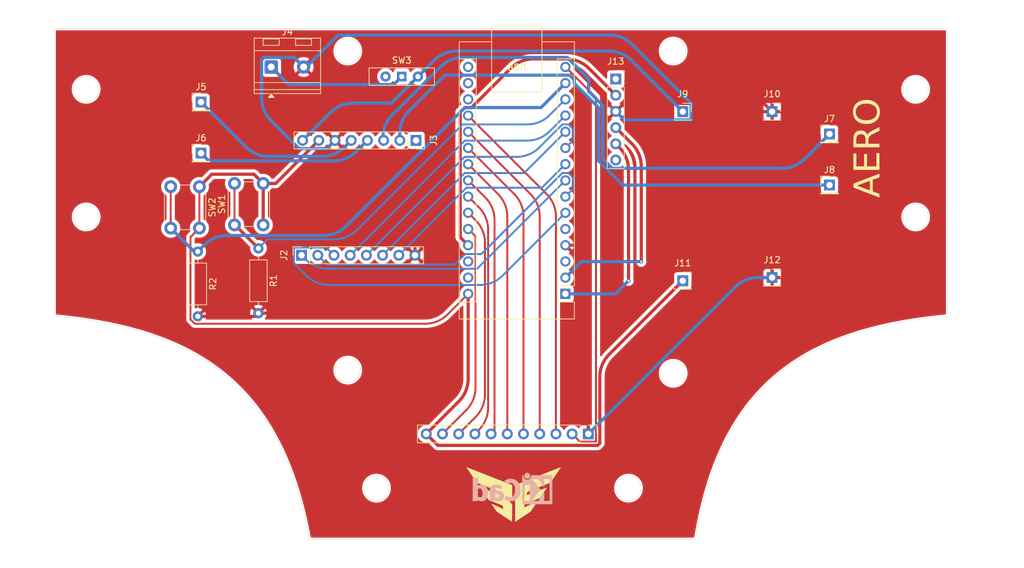
<source format=kicad_pcb>
(kicad_pcb (version 20241229) (generator "pcbnew") (generator_version "9.0")
  (layers (0 "F.Cu" signal) (2 "B.Cu" signal) (13 "F.Paste" user) (15 "B.Paste" user) (5 "F.SilkS" user "F.Silkscreen") (7 "B.SilkS" user "B.Silkscreen") (1 "F.Mask" user) (3 "B.Mask" user) (25 "Edge.Cuts" user))
  (net 0 "")
  (net 1 "/vcc")
  (net 2 "/ir1")
  (net 4 "/Vin")
  (net 5 "/irpin")
  (net 6 "/ir4")
  (net 7 "/PWMB")
  (net 9 "/BIN1")
  (net 11 "/ir7")
  (net 12 "/ir8")
  (net 14 "/ir2")
  (net 15 "/STBY")
  (net 17 "/ir3")
  (net 18 "/TX")
  (net 20 "/ir5")
  (net 21 "GND")
  (net 22 "/CAL")
  (net 23 "/START")
  (net 24 "/AIN2")
  (net 25 "/ir6")
  (net 26 "/BIN2")
  (net 27 "/RX")
  (net 29 "/AIN1")
  (net 30 "/PWMA")
  (net 31 "+12V")
  (net 32 "/MB2")
  (net 34 "/MB1")
  (net 35 "/MA1")
  (net 36 "/MA2")
  (net 39 "Net-(J4-Pin_1)")
  (footprint "Button_Switch_THT:SW_PUSH_6mm_H7.3mm" (layer "F.Cu") (at 102.75 90.75 -90)
    (property "Reference" "SW2" (at 3.25 -2 90) (layer "F.SilkS"))
    (property "Value" "S2")
    (pad "1" thru_hole circle (at 0 0) (size 2 2) (drill 1.1) (layers "*.Cu" "*.Mask") (net 4 "/Vin"))
    (pad "1" thru_hole circle (at 6.5 0) (size 2 2) (drill 1.1) (layers "*.Cu" "*.Mask") (net 4 "/Vin"))
    (pad "2" thru_hole circle (at 0 4.5) (size 2 2) (drill 1.1) (layers "*.Cu" "*.Mask") (net 22 "/CAL"))
    (pad "2" thru_hole circle (at 6.5 4.5) (size 2 2) (drill 1.1) (layers "*.Cu" "*.Mask") (net 22 "/CAL"))
  )
  (footprint "Resistor_THT:R_Axial_DIN0207_L6.3mm_D2.5mm_P10.16mm_Horizontal" (layer "F.Cu") (at 112 100.42 -90)
    (property "Reference" "R1" (at 5.08 -2.37 90) (layer "F.SilkS"))
    (property "Value" "1k")
    (pad "1" thru_hole circle (at 0 0 270) (size 1.6 1.6) (drill 0.8) (layers "*.Cu" "*.Mask") (net 23 "/START"))
    (pad "2" thru_hole circle (at 10.16 0 270) (size 1.6 1.6) (drill 0.8) (layers "*.Cu" "*.Mask") (net 21 "GND"))
  )
  (footprint "Connector_PinHeader_2.54mm:PinHeader_1x01_P2.54mm_Vertical" (layer "F.Cu") (at 103 85.5)
    (property "Reference" "J6" (at 0 -2.38 0) (layer "F.SilkS"))
    (property "Value" "MOTORA2")
    (pad "1" thru_hole rect (at 0 0) (size 1.7 1.7) (drill 1) (layers "*.Cu" "*.Mask") (net 36 "/MA2"))
  )
  (footprint "Connector_PinHeader_2.54mm:PinHeader_1x01_P2.54mm_Vertical" (layer "F.Cu") (at 103 77.5)
    (property "Reference" "J5" (at 0 -2.38 0) (layer "F.SilkS"))
    (property "Value" "MOTORA1")
    (pad "1" thru_hole rect (at 0 0) (size 1.7 1.7) (drill 1) (layers "*.Cu" "*.Mask") (net 35 "/MA1"))
  )
  (footprint "Connector_PinSocket_2.54mm:PinSocket_1x01_P2.54mm_Vertical" (layer "F.Cu") (at 192.5 105)
    (property "Reference" "J12" (at 0 -2.77 0) (layer "F.SilkS"))
    (property "Value" "OUT-")
    (pad "1" thru_hole rect (at 0 0) (size 1.7 1.7) (drill 1) (layers "*.Cu" "*.Mask") (net 21 "GND"))
  )
  (footprint "Connector_PinSocket_2.54mm:PinSocket_1x01_P2.54mm_Vertical" (layer "F.Cu") (at 178.5 79)
    (property "Reference" "J9" (at 0 -2.77 0) (layer "F.SilkS"))
    (property "Value" "IN+")
    (pad "1" thru_hole rect (at 0 0) (size 1.7 1.7) (drill 1) (layers "*.Cu" "*.Mask") (net 31 "+12V"))
  )
  (footprint "Button_Switch_THT:SW_Slide-03_Wuerth-WS-SLTV_10x2.5x6.4_P2.54mm" (layer "F.Cu") (at 134.46 73.5)
    (property "Reference" "SW3" (at 0 -2.54 0) (layer "F.SilkS"))
    (property "Value" "main_S")
    (pad "1" thru_hole rect (at 0 0) (size 1.5 1.5) (drill 0.8) (layers "*.Cu" "*.Mask") (net 39 "Net-(J4-Pin_1)"))
    (pad "2" thru_hole circle (at -2.54 0) (size 1.6 1.6) (drill 0.8) (layers "*.Cu" "*.Mask"))
    (pad "3" thru_hole circle (at 2.54 0) (size 1.6 1.6) (drill 0.8) (layers "*.Cu" "*.Mask") (net 31 "+12V"))
  )
  (footprint "Connector_PinSocket_2.54mm:PinSocket_1x01_P2.54mm_Vertical" (layer "F.Cu") (at 178.5 105.5)
    (property "Reference" "J11" (at 0 -2.77 0) (layer "F.SilkS"))
    (property "Value" "OUT+")
    (pad "1" thru_hole rect (at 0 0) (size 1.7 1.7) (drill 1) (layers "*.Cu" "*.Mask") (net 4 "/Vin"))
  )
  (footprint "Connector_PinSocket_2.54mm:PinSocket_1x06_P2.54mm_Vertical" (layer "F.Cu") (at 168 73.88)
    (property "Reference" "J13" (at 0 -2.77 0) (layer "F.SilkS"))
    (property "Value" "BLE")
    (pad "1" thru_hole rect (at 0 0) (size 1.7 1.7) (drill 1) (layers "*.Cu" "*.Mask"))
    (pad "2" thru_hole circle (at 0 2.54) (size 1.7 1.7) (drill 1) (layers "*.Cu" "*.Mask") (net 1 "/vcc"))
    (pad "3" thru_hole circle (at 0 5.08) (size 1.7 1.7) (drill 1) (layers "*.Cu" "*.Mask") (net 21 "GND"))
    (pad "4" thru_hole circle (at 0 7.62) (size 1.7 1.7) (drill 1) (layers "*.Cu" "*.Mask") (net 27 "/RX"))
    (pad "5" thru_hole circle (at 0 10.16) (size 1.7 1.7) (drill 1) (layers "*.Cu" "*.Mask") (net 18 "/TX"))
    (pad "6" thru_hole circle (at 0 12.7) (size 1.7 1.7) (drill 1) (layers "*.Cu" "*.Mask"))
  )
  (footprint "Resistor_THT:R_Axial_DIN0207_L6.3mm_D2.5mm_P10.16mm_Horizontal" (layer "F.Cu") (at 102.5 100.92 -90)
    (property "Reference" "R2" (at 5.08 -2.37 90) (layer "F.SilkS"))
    (property "Value" "1k")
    (pad "1" thru_hole circle (at 0 0 270) (size 1.6 1.6) (drill 0.8) (layers "*.Cu" "*.Mask") (net 22 "/CAL"))
    (pad "2" thru_hole circle (at 10.16 0 270) (size 1.6 1.6) (drill 0.8) (layers "*.Cu" "*.Mask") (net 21 "GND"))
  )
  (footprint "LOGO" (layer "F.Cu") (at 151.824309 137.426481)
    (property "Reference" "G***" (hide yes))
    (property "Value" "LOGO" (hide yes))
  )
  (footprint "Connector_PinSocket_2.54mm:PinSocket_1x01_P2.54mm_Vertical" (layer "F.Cu") (at 192.5 79)
    (property "Reference" "J10" (at 0 -2.77 0) (layer "F.SilkS"))
    (property "Value" "IN-")
    (pad "1" thru_hole rect (at 0 0) (size 1.7 1.7) (drill 1) (layers "*.Cu" "*.Mask") (net 21 "GND"))
  )
  (footprint "Module:Arduino_Nano" (layer "F.Cu") (at 160.11 107.55 180)
    (property "Reference" "A1" (hide yes))
    (property "Value" "Arduino_Nano_v3.x")
    (fp_text user "USB" (at 7.62 35.56 180) (layer "F.SilkS"))
    (pad "1" thru_hole rect (at 0 0 180) (size 1.6 1.6) (drill 1) (layers "*.Cu" "*.Mask") (net 18 "/TX"))
    (pad "2" thru_hole oval (at 0 2.54 180) (size 1.6 1.6) (drill 1) (layers "*.Cu" "*.Mask") (net 27 "/RX"))
    (pad "3" thru_hole oval (at 0 5.08 180) (size 1.6 1.6) (drill 1) (layers "*.Cu" "*.Mask"))
    (pad "4" thru_hole oval (at 0 7.62 180) (size 1.6 1.6) (drill 1) (layers "*.Cu" "*.Mask") (net 21 "GND"))
    (pad "5" thru_hole oval (at 0 10.16 180) (size 1.6 1.6) (drill 1) (layers "*.Cu" "*.Mask"))
    (pad "6" thru_hole oval (at 0 12.7 180) (size 1.6 1.6) (drill 1) (layers "*.Cu" "*.Mask") (net 29 "/AIN1"))
    (pad "7" thru_hole oval (at 0 15.24 180) (size 1.6 1.6) (drill 1) (layers "*.Cu" "*.Mask") (net 24 "/AIN2"))
    (pad "8" thru_hole oval (at 0 17.78 180) (size 1.6 1.6) (drill 1) (layers "*.Cu" "*.Mask") (net 30 "/PWMA"))
    (pad "9" thru_hole oval (at 0 20.32 180) (size 1.6 1.6) (drill 1) (layers "*.Cu" "*.Mask") (net 7 "/PWMB"))
    (pad "10" thru_hole oval (at 0 22.86 180) (size 1.6 1.6) (drill 1) (layers "*.Cu" "*.Mask") (net 9 "/BIN1"))
    (pad "11" thru_hole oval (at 0 25.4 180) (size 1.6 1.6) (drill 1) (layers "*.Cu" "*.Mask") (net 26 "/BIN2"))
    (pad "12" thru_hole oval (at 0 27.94 180) (size 1.6 1.6) (drill 1) (layers "*.Cu" "*.Mask") (net 15 "/STBY"))
    (pad "13" thru_hole oval (at 0 30.48 180) (size 1.6 1.6) (drill 1) (layers "*.Cu" "*.Mask") (net 23 "/START"))
    (pad "14" thru_hole oval (at 0 33.02 180) (size 1.6 1.6) (drill 1) (layers "*.Cu" "*.Mask") (net 22 "/CAL"))
    (pad "15" thru_hole oval (at 0 35.56 180) (size 1.6 1.6) (drill 1) (layers "*.Cu" "*.Mask") (net 5 "/irpin"))
    (pad "16" thru_hole oval (at 15.24 35.56 180) (size 1.6 1.6) (drill 1) (layers "*.Cu" "*.Mask"))
    (pad "17" thru_hole oval (at 15.24 33.02 180) (size 1.6 1.6) (drill 1) (layers "*.Cu" "*.Mask"))
    (pad "18" thru_hole oval (at 15.24 30.48 180) (size 1.6 1.6) (drill 1) (layers "*.Cu" "*.Mask"))
    (pad "19" thru_hole oval (at 15.24 27.94 180) (size 1.6 1.6) (drill 1) (layers "*.Cu" "*.Mask") (net 2 "/ir1"))
    (pad "20" thru_hole oval (at 15.24 25.4 180) (size 1.6 1.6) (drill 1) (layers "*.Cu" "*.Mask") (net 14 "/ir2"))
    (pad "21" thru_hole oval (at 15.24 22.86 180) (size 1.6 1.6) (drill 1) (layers "*.Cu" "*.Mask") (net 17 "/ir3"))
    (pad "22" thru_hole oval (at 15.24 20.32 180) (size 1.6 1.6) (drill 1) (layers "*.Cu" "*.Mask") (net 6 "/ir4"))
    (pad "23" thru_hole oval (at 15.24 17.78 180) (size 1.6 1.6) (drill 1) (layers "*.Cu" "*.Mask") (net 20 "/ir5"))
    (pad "24" thru_hole oval (at 15.24 15.24 180) (size 1.6 1.6) (drill 1) (layers "*.Cu" "*.Mask") (net 25 "/ir6"))
    (pad "25" thru_hole oval (at 15.24 12.7 180) (size 1.6 1.6) (drill 1) (layers "*.Cu" "*.Mask") (net 11 "/ir7"))
    (pad "26" thru_hole oval (at 15.24 10.16 180) (size 1.6 1.6) (drill 1) (layers "*.Cu" "*.Mask") (net 12 "/ir8"))
    (pad "27" thru_hole oval (at 15.24 7.62 180) (size 1.6 1.6) (drill 1) (layers "*.Cu" "*.Mask") (net 1 "/vcc"))
    (pad "28" thru_hole oval (at 15.24 5.08 180) (size 1.6 1.6) (drill 1) (layers "*.Cu" "*.Mask"))
    (pad "29" thru_hole oval (at 15.24 2.54 180) (size 1.6 1.6) (drill 1) (layers "*.Cu" "*.Mask"))
    (pad "30" thru_hole oval (at 15.24 0 180) (size 1.6 1.6) (drill 1) (layers "*.Cu" "*.Mask") (net 4 "/Vin"))
  )
  (footprint "Connector_PinSocket_2.54mm:PinSocket_1x08_P2.54mm_Vertical" (layer "F.Cu") (at 118.76 101.5 90)
    (property "Reference" "J2" (at 0 -2.77 90) (layer "F.SilkS"))
    (property "Value" "tb6612_B")
    (pad "1" thru_hole rect (at 0 0 90) (size 1.7 1.7) (drill 1) (layers "*.Cu" "*.Mask") (net 30 "/PWMA"))
    (pad "2" thru_hole circle (at 0 2.54 90) (size 1.7 1.7) (drill 1) (layers "*.Cu" "*.Mask") (net 24 "/AIN2"))
    (pad "3" thru_hole circle (at 0 5.08 90) (size 1.7 1.7) (drill 1) (layers "*.Cu" "*.Mask") (net 29 "/AIN1"))
    (pad "4" thru_hole circle (at 0 7.62 90) (size 1.7 1.7) (drill 1) (layers "*.Cu" "*.Mask") (net 15 "/STBY"))
    (pad "5" thru_hole circle (at 0 10.16 90) (size 1.7 1.7) (drill 1) (layers "*.Cu" "*.Mask") (net 9 "/BIN1"))
    (pad "6" thru_hole circle (at 0 12.7 90) (size 1.7 1.7) (drill 1) (layers "*.Cu" "*.Mask") (net 26 "/BIN2"))
    (pad "7" thru_hole circle (at 0 15.24 90) (size 1.7 1.7) (drill 1) (layers "*.Cu" "*.Mask") (net 7 "/PWMB"))
    (pad "8" thru_hole circle (at 0 17.78 90) (size 1.7 1.7) (drill 1) (layers "*.Cu" "*.Mask") (net 21 "GND"))
  )
  (footprint "Connector_PinHeader_2.54mm:PinHeader_1x01_P2.54mm_Vertical" (layer "F.Cu") (at 201.5 90.5)
    (property "Reference" "J8" (at 0 -2.38 0) (layer "F.SilkS"))
    (property "Value" "MOTORB2")
    (pad "1" thru_hole rect (at 0 0) (size 1.7 1.7) (drill 1) (layers "*.Cu" "*.Mask") (net 32 "/MB2"))
  )
  (footprint "Connector_PinHeader_2.54mm:PinHeader_1x11_P2.54mm_Vertical" (layer "F.Cu") (at 163.7 129.5 -90)
    (property "Reference" "J1" (hide yes))
    (property "Value" "QTR8RC")
    (pad "1" thru_hole rect (at 0 0 270) (size 1.7 1.7) (drill 1) (layers "*.Cu" "*.Mask") (net 21 "GND"))
    (pad "2" thru_hole circle (at 0 2.54 270) (size 1.7 1.7) (drill 1) (layers "*.Cu" "*.Mask") (net 5 "/irpin"))
    (pad "3" thru_hole circle (at 0 5.08 270) (size 1.7 1.7) (drill 1) (layers "*.Cu" "*.Mask") (net 2 "/ir1"))
    (pad "4" thru_hole circle (at 0 7.62 270) (size 1.7 1.7) (drill 1) (layers "*.Cu" "*.Mask") (net 14 "/ir2"))
    (pad "5" thru_hole circle (at 0 10.16 270) (size 1.7 1.7) (drill 1) (layers "*.Cu" "*.Mask") (net 17 "/ir3"))
    (pad "6" thru_hole circle (at 0 12.7 270) (size 1.7 1.7) (drill 1) (layers "*.Cu" "*.Mask") (net 6 "/ir4"))
    (pad "7" thru_hole circle (at 0 15.24 270) (size 1.7 1.7) (drill 1) (layers "*.Cu" "*.Mask") (net 20 "/ir5"))
    (pad "8" thru_hole circle (at 0 17.78 270) (size 1.7 1.7) (drill 1) (layers "*.Cu" "*.Mask") (net 25 "/ir6"))
    (pad "9" thru_hole circle (at 0 20.32 270) (size 1.7 1.7) (drill 1) (layers "*.Cu" "*.Mask") (net 11 "/ir7"))
    (pad "10" thru_hole circle (at 0 22.86 270) (size 1.7 1.7) (drill 1) (layers "*.Cu" "*.Mask") (net 12 "/ir8"))
    (pad "11" thru_hole circle (at 0 25.4 270) (size 1.7 1.7) (drill 1) (layers "*.Cu" "*.Mask") (net 4 "/Vin"))
  )
  (footprint "TerminalBlock_RND:TerminalBlock_RND_205-00232_1x02_P5.08mm_Horizontal" (layer "F.Cu") (at 114 72)
    (property "Reference" "J4" (at 2.54 -5.52 0) (layer "F.SilkS"))
    (property "Value" "screw_terminal")
    (pad "1" thru_hole roundrect (at 0 0) (size 2.1 2.1) (drill 1.1) (layers "*.Cu" "*.Mask") (roundrect_rratio 0.119048) (net 39 "Net-(J4-Pin_1)"))
    (pad "2" thru_hole circle (at 5.08 0) (size 2.1 2.1) (drill 1.1) (layers "*.Cu" "*.Mask") (net 21 "GND"))
  )
  (footprint "Button_Switch_THT:SW_PUSH_6mm_H7.3mm" (layer "F.Cu") (at 108.25 96.75 90)
    (property "Reference" "SW1" (at 3.25 -2 90) (layer "F.SilkS"))
    (property "Value" "S1")
    (pad "1" thru_hole circle (at 0 0 180) (size 2 2) (drill 1.1) (layers "*.Cu" "*.Mask") (net 23 "/START"))
    (pad "1" thru_hole circle (at 6.5 0 180) (size 2 2) (drill 1.1) (layers "*.Cu" "*.Mask") (net 23 "/START"))
    (pad "2" thru_hole circle (at 0 4.5 180) (size 2 2) (drill 1.1) (layers "*.Cu" "*.Mask") (net 4 "/Vin"))
    (pad "2" thru_hole circle (at 6.5 4.5 180) (size 2 2) (drill 1.1) (layers "*.Cu" "*.Mask") (net 4 "/Vin"))
  )
  (footprint "Connector_PinSocket_2.54mm:PinSocket_1x08_P2.54mm_Vertical" (layer "F.Cu") (at 136.7 83.5 -90)
    (property "Reference" "J3" (at 0 -2.77 270) (layer "F.SilkS"))
    (property "Value" "tb6612_A")
    (pad "1" thru_hole rect (at 0 0 270) (size 1.7 1.7) (drill 1) (layers "*.Cu" "*.Mask"))
    (pad "2" thru_hole circle (at 0 2.54 270) (size 1.7 1.7) (drill 1) (layers "*.Cu" "*.Mask") (net 32 "/MB2"))
    (pad "3" thru_hole circle (at 0 5.08 270) (size 1.7 1.7) (drill 1) (layers "*.Cu" "*.Mask") (net 34 "/MB1"))
    (pad "4" thru_hole circle (at 0 7.62 270) (size 1.7 1.7) (drill 1) (layers "*.Cu" "*.Mask") (net 36 "/MA2"))
    (pad "5" thru_hole circle (at 0 10.16 270) (size 1.7 1.7) (drill 1) (layers "*.Cu" "*.Mask") (net 35 "/MA1"))
    (pad "6" thru_hole circle (at 0 12.7 270) (size 1.7 1.7) (drill 1) (layers "*.Cu" "*.Mask") (net 21 "GND"))
    (pad "7" thru_hole circle (at 0 15.24 270) (size 1.7 1.7) (drill 1) (layers "*.Cu" "*.Mask") (net 4 "/Vin"))
    (pad "8" thru_hole circle (at 0 17.78 270) (size 1.7 1.7) (drill 1) (layers "*.Cu" "*.Mask") (net 31 "+12V"))
  )
  (footprint "Connector_PinHeader_2.54mm:PinHeader_1x01_P2.54mm_Vertical" (layer "F.Cu") (at 201.5 82.5)
    (property "Reference" "J7" (at 0 -2.38 0) (layer "F.SilkS"))
    (property "Value" "MOTORB1")
    (pad "1" thru_hole rect (at 0 0) (size 1.7 1.7) (drill 1) (layers "*.Cu" "*.Mask") (net 34 "/MB1"))
  )
  (footprint "Symbol:KiCad-Logo_5mm_SilkScreen" (layer "B.Cu") (at 151.774111 138.579982 180)
    (property "Reference" "REF**" (hide yes))
    (property "Value" "KiCad-Logo_5mm_SilkScreen" (hide yes))
  )
  (gr_line (start 220 66) (end 220 111) (stroke (width 0.05)) (layer "Edge.Cuts"))
  (gr_line (start 80 66) (end 80 111) (stroke (width 0.05)) (layer "Edge.Cuts"))
  (gr_circle (center 126 69.5) (end 128 69.5) (stroke (width 0.05)) (fill no) (layer "Edge.Cuts"))
  (gr_circle (center 177 120) (end 179 120) (stroke (width 0.05)) (fill no) (layer "Edge.Cuts"))
  (gr_line (start 150 146) (end 120 146) (stroke (width 0.05)) (layer "Edge.Cuts"))
  (gr_circle (center 130.5 138) (end 132.5 138) (stroke (width 0.05)) (fill no) (layer "Edge.Cuts"))
  (gr_curve (pts (xy 220 111) (xy 198.5 113) (xy 184.5 121) (xy 180.5 146)) (stroke (width 0.05)) (layer "Edge.Cuts"))
  (gr_curve (pts (xy 80 111) (xy 101.5 113) (xy 115.5 121) (xy 120 146)) (stroke (width 0.05)) (layer "Edge.Cuts"))
  (gr_circle (center 177 69.5) (end 179 69.5) (stroke (width 0.05)) (fill no) (layer "Edge.Cuts"))
  (gr_circle (center 85 95.5) (end 87 95.5) (stroke (width 0.05)) (fill no) (layer "Edge.Cuts"))
  (gr_circle (center 126 119.5) (end 128 119.5) (stroke (width 0.05)) (fill no) (layer "Edge.Cuts"))
  (gr_circle (center 215 75.5) (end 217 75.5) (stroke (width 0.05)) (fill no) (layer "Edge.Cuts"))
  (gr_line (start 150 146) (end 180.5 146) (stroke (width 0.05)) (layer "Edge.Cuts"))
  (gr_circle (center 170 138) (end 172 138) (stroke (width 0.05)) (fill no) (layer "Edge.Cuts"))
  (gr_line (start 80 66) (end 220 66) (stroke (width 0.05)) (layer "Edge.Cuts"))
  (gr_circle (center 215 95.5) (end 217 95.5) (stroke (width 0.05)) (fill no) (layer "Edge.Cuts"))
  (gr_circle (center 85 75.5) (end 87 75.5) (stroke (width 0.05)) (fill no) (layer "Edge.Cuts"))
  (gr_text "AERO" (at 210 92.5 90) (layer "F.SilkS") (effects (font (size 4 4) (thickness 0.1)) (justify left bottom)))
  (segment (start 145.388182 78.359) (end 144.351818 78.359) (width 0.5) (layer "F.Cu") (net 1))
  (segment (start 144.351818 78.359) (end 143.619 79.091818) (width 0.5) (layer "F.Cu") (net 1))
  (segment (start 160.247932 70.739) (end 155.07925 70.739) (width 0.5) (layer "F.Cu") (net 1))
  (segment (start 151.543716 72.203466) (end 145.388182 78.359) (width 0.5) (layer "F.Cu") (net 1))
  (segment (start 168 76.42) (end 163.783466 72.203466) (width 0.5) (layer "F.Cu") (net 1))
  (segment (start 143.619 79.091818) (end 143.619 98.679) (width 0.5) (layer "F.Cu") (net 1))
  (segment (start 143.619 98.679) (end 144.87 99.93) (width 0.5) (layer "F.Cu") (net 1))
  (arc (start 160.247932 70.739) (mid 162.161349 71.119602) (end 163.783466 72.203466) (width 0.5) (layer "F.Cu") (net 1))
  (arc (start 155.07925 70.739) (mid 153.165833 71.119602) (end 151.543716 72.203466) (width 0.5) (layer "F.Cu") (net 1))
  (segment (start 158.62 129.5) (end 158.62 95.431068) (width 0.3) (layer "F.Cu") (net 2))
  (segment (start 157.155534 91.895534) (end 144.87 79.61) (width 0.3) (layer "F.Cu") (net 2))
  (arc (start 157.155534 91.895534) (mid 158.239398 93.517651) (end 158.62 95.431068) (width 0.3) (layer "F.Cu") (net 2))
  (segment (start 178.5 105.5) (end 166.966466 117.033534) (width 0.5) (layer "F.Cu") (net 4))
  (segment (start 101.349 98.651) (end 101.349 111.55676) (width 0.3) (layer "F.Cu") (net 4))
  (segment (start 165.502 120.569068) (end 165.502 130.949942) (width 0.5) (layer "F.Cu") (net 4))
  (segment (start 112.75 90.25) (end 111.299 88.799) (width 0.5) (layer "F.Cu") (net 4))
  (segment (start 102.75 90.75) (end 102.75 97.25) (width 0.3) (layer "F.Cu") (net 4))
  (segment (start 104.701 88.799) (end 102.75 90.75) (width 0.5) (layer "F.Cu") (net 4))
  (segment (start 140.102 131.302) (end 138.3 129.5) (width 0.5) (layer "F.Cu") (net 4))
  (segment (start 138.3 129.5) (end 143.405534 124.394466) (width 0.5) (layer "F.Cu") (net 4))
  (segment (start 102.75 97.25) (end 101.349 98.651) (width 0.3) (layer "F.Cu") (net 4))
  (segment (start 114.71 90.25) (end 112.75 90.25) (width 0.5) (layer "F.Cu") (net 4))
  (segment (start 165.149942 131.302) (end 140.102 131.302) (width 0.5) (layer "F.Cu") (net 4))
  (segment (start 102.02324 112.231) (end 138.117932 112.231) (width 0.3) (layer "F.Cu") (net 4))
  (segment (start 165.502 130.949942) (end 165.149942 131.302) (width 0.5) (layer "F.Cu") (net 4))
  (segment (start 112.75 90.25) (end 112.75 96.75) (width 0.5) (layer "F.Cu") (net 4))
  (segment (start 144.87 120.858932) (end 144.87 107.55) (width 0.5) (layer "F.Cu") (net 4))
  (segment (start 121.46 83.5) (end 114.71 90.25) (width 0.5) (layer "F.Cu") (net 4))
  (segment (start 141.653466 110.766534) (end 144.87 107.55) (width 0.3) (layer "F.Cu") (net 4))
  (segment (start 111.299 88.799) (end 104.701 88.799) (width 0.5) (layer "F.Cu") (net 4))
  (segment (start 101.349 111.55676) (end 102.02324 112.231) (width 0.3) (layer "F.Cu") (net 4))
  (arc (start 166.966466 117.033534) (mid 165.882602 118.655651) (end 165.502 120.569068) (width 0.5) (layer "F.Cu") (net 4))
  (arc (start 144.87 120.858932) (mid 144.489398 122.772349) (end 143.405534 124.394466) (width 0.5) (layer "F.Cu") (net 4))
  (arc (start 141.653466 110.766534) (mid 140.031349 111.850398) (end 138.117932 112.231) (width 0.3) (layer "F.Cu") (net 4))
  (segment (start 161.16 129.5) (end 162.361 130.701) (width 0.3) (layer "F.Cu") (net 5))
  (segment (start 164.901 76.781) (end 160.11 71.99) (width 0.3) (layer "F.Cu") (net 5))
  (segment (start 162.361 130.701) (end 164.901 130.701) (width 0.3) (layer "F.Cu") (net 5))
  (segment (start 164.901 130.701) (end 164.901 76.781) (width 0.3) (layer "F.Cu") (net 5))
  (segment (start 149.535534 91.895534) (end 144.87 87.23) (width 0.3) (layer "F.Cu") (net 6))
  (segment (start 151 129.5) (end 151 95.431068) (width 0.3) (layer "F.Cu") (net 6))
  (arc (start 149.535534 91.895534) (mid 150.619398 93.517651) (end 151 95.431068) (width 0.3) (layer "F.Cu") (net 6))
  (segment (start 144.579 90.921) (end 156.419 90.921) (width 0.3) (layer "B.Cu") (net 7))
  (segment (start 134 101.5) (end 144.579 90.921) (width 0.3) (layer "B.Cu") (net 7))
  (segment (start 156.419 90.921) (end 160.11 87.23) (width 0.3) (layer "B.Cu") (net 7))
  (segment (start 161.261 83.539) (end 160.11 84.69) (width 0.3) (layer "B.Cu") (net 9))
  (segment (start 159.63324 80.999) (end 160.58676 80.999) (width 0.3) (layer "B.Cu") (net 9))
  (segment (start 160.58676 80.999) (end 161.261 81.67324) (width 0.3) (layer "B.Cu") (net 9))
  (segment (start 156.017706 84.614534) (end 159.63324 80.999) (width 0.3) (layer "B.Cu") (net 9))
  (segment (start 128.92 101.5) (end 144.341 86.079) (width 0.3) (layer "B.Cu") (net 9))
  (segment (start 161.261 81.67324) (end 161.261 83.539) (width 0.3) (layer "B.Cu") (net 9))
  (segment (start 144.341 86.079) (end 152.482172 86.079) (width 0.3) (layer "B.Cu") (net 9))
  (arc (start 152.482172 86.079) (mid 154.395589 85.698398) (end 156.017706 84.614534) (width 0.3) (layer "B.Cu") (net 9))
  (segment (start 143.38 129.5) (end 146.035534 126.844466) (width 0.3) (layer "F.Cu") (net 11))
  (segment (start 147.5 123.308932) (end 147.5 99.551068) (width 0.3) (layer "F.Cu") (net 11))
  (segment (start 146.035534 96.015534) (end 144.87 94.85) (width 0.3) (layer "F.Cu") (net 11))
  (arc (start 146.035534 96.015534) (mid 147.119398 97.637651) (end 147.5 99.551068) (width 0.3) (layer "F.Cu") (net 11))
  (arc (start 147.5 123.308932) (mid 147.119398 125.222349) (end 146.035534 126.844466) (width 0.3) (layer "F.Cu") (net 11))
  (segment (start 140.84 129.5) (end 144.556534 125.783466) (width 0.3) (layer "F.Cu") (net 12))
  (segment (start 146.021 98.541) (end 144.87 97.39) (width 0.3) (layer "F.Cu") (net 12))
  (segment (start 146.021 122.247932) (end 146.021 98.541) (width 0.3) (layer "F.Cu") (net 12))
  (arc (start 146.021 122.247932) (mid 145.640398 124.161349) (end 144.556534 125.783466) (width 0.3) (layer "F.Cu") (net 12))
  (segment (start 156.08 129.5) (end 156.08 95.431068) (width 0.3) (layer "F.Cu") (net 14))
  (segment (start 154.615534 91.895534) (end 144.87 82.15) (width 0.3) (layer "F.Cu") (net 14))
  (arc (start 154.615534 91.895534) (mid 155.699398 93.517651) (end 156.08 95.431068) (width 0.3) (layer "F.Cu") (net 14))
  (segment (start 126.38 101.5) (end 144.341 83.539) (width 0.3) (layer "B.Cu") (net 15))
  (segment (start 157.645466 82.074534) (end 160.11 79.61) (width 0.3) (layer "B.Cu") (net 15))
  (segment (start 144.341 83.539) (end 154.109932 83.539) (width 0.3) (layer "B.Cu") (net 15))
  (arc (start 157.645466 82.074534) (mid 156.023349 83.158398) (end 154.109932 83.539) (width 0.3) (layer "B.Cu") (net 15))
  (segment (start 152.075534 91.895534) (end 144.87 84.69) (width 0.3) (layer "F.Cu") (net 17))
  (segment (start 153.54 129.5) (end 153.54 95.431068) (width 0.3) (layer "F.Cu") (net 17))
  (arc (start 153.54 95.431068) (mid 153.159398 93.517651) (end 152.075534 91.895534) (width 0.3) (layer "F.Cu") (net 17))
  (segment (start 168 84.04) (end 168.535534 84.575534) (width 0.5) (layer "F.Cu") (net 18))
  (segment (start 170 88.111068) (end 170 105.5) (width 0.5) (layer "F.Cu") (net 18))
  (via (at 170 105.5) (size 0.6) (drill 0.3) (layers "F.Cu" "B.Cu") (net 18))
  (arc (start 170 88.111068) (mid 169.619398 86.197651) (end 168.535534 84.575534) (width 0.5) (layer "F.Cu") (net 18))
  (segment (start 170 105.5) (end 167.95 107.55) (width 0.5) (layer "B.Cu") (net 18))
  (segment (start 167.95 107.55) (end 160.11 107.55) (width 0.5) (layer "B.Cu") (net 18))
  (segment (start 149 95.971068) (end 149 128.96) (width 0.3) (layer "F.Cu") (net 20))
  (segment (start 144.87 89.77) (end 147.535534 92.435534) (width 0.3) (layer "F.Cu") (net 20))
  (segment (start 149 128.96) (end 148.46 129.5) (width 0.3) (layer "F.Cu") (net 20))
  (arc (start 149 95.971068) (mid 148.619398 94.057651) (end 147.535534 92.435534) (width 0.3) (layer "F.Cu") (net 20))
  (segment (start 136.54 101.5) (end 136.54 96.04) (width 0.5) (layer "F.Cu") (net 21))
  (segment (start 102.5 111.08) (end 111.5 111.08) (width 0.5) (layer "F.Cu") (net 21))
  (segment (start 169.261 77.699) (end 191.199 77.699) (width 0.5) (layer "F.Cu") (net 21))
  (segment (start 192.5 79) (end 192.5 105) (width 0.5) (layer "F.Cu") (net 21))
  (segment (start 163.7 129.5) (end 163.7 105.591068) (width 0.5) (layer "F.Cu") (net 21))
  (segment (start 111.5 111.08) (end 112 110.58) (width 0.5) (layer "F.Cu") (net 21))
  (segment (start 191.199 77.699) (end 192.5 79) (width 0.5) (layer "F.Cu") (net 21))
  (segment (start 128.924466 109.115534) (end 136.54 101.5) (width 0.5) (layer "F.Cu") (net 21))
  (segment (start 162.235534 102.055534) (end 160.11 99.93) (width 0.5) (layer "F.Cu") (net 21))
  (segment (start 168 78.96) (end 169.261 77.699) (width 0.5) (layer "F.Cu") (net 21))
  (segment (start 112 110.58) (end 125.388932 110.58) (width 0.5) (layer "F.Cu") (net 21))
  (segment (start 136.54 96.04) (end 124 83.5) (width 0.5) (layer "F.Cu") (net 21))
  (arc (start 163.7 105.591068) (mid 163.319398 103.677651) (end 162.235534 102.055534) (width 0.5) (layer "F.Cu") (net 21))
  (arc (start 125.388932 110.58) (mid 127.302349 110.199398) (end 128.924466 109.115534) (width 0.5) (layer "F.Cu") (net 21))
  (segment (start 124.5 67) (end 124.501 66.999) (width 0.5) (layer "B.Cu") (net 21))
  (segment (start 122.699 84.801) (end 118.381108 84.801) (width 0.5) (layer "B.Cu") (net 21))
  (segment (start 179.801 77.699) (end 179.801 80.301) (width 0.5) (layer "B.Cu") (net 21))
  (segment (start 124.5 67) (end 167.030932 67) (width 0.5) (layer "B.Cu") (net 21))
  (segment (start 119.08 72) (end 119.5 72) (width 0.5) (layer "B.Cu") (net 21))
  (segment (start 163.7 129.5) (end 186.735534 106.464466) (width 0.5) (layer "B.Cu") (net 21))
  (segment (start 119.5 72) (end 124.5 67) (width 0.5) (layer "B.Cu") (net 21))
  (segment (start 112.902708 70.499) (end 117.579 70.499) (width 0.5) (layer "B.Cu") (net 21))
  (segment (start 179.801 80.301) (end 169.341 80.301) (width 0.5) (layer "B.Cu") (net 21))
  (segment (start 124 83.5) (end 122.699 84.801) (width 0.5) (layer "B.Cu") (net 21))
  (segment (start 170.566466 68.464466) (end 179.801 77.699) (width 0.5) (layer "B.Cu") (net 21))
  (segment (start 112.499 76.847824) (end 112.499 70.902708) (width 0.5) (layer "B.Cu") (net 21))
  (segment (start 190.271068 105) (end 192.5 105) (width 0.5) (layer "B.Cu") (net 21))
  (segment (start 169.341 80.301) (end 168 78.96) (width 0.5) (layer "B.Cu") (net 21))
  (segment (start 118.381108 84.801) (end 113.963466 80.383358) (width 0.5) (layer "B.Cu") (net 21))
  (segment (start 117.579 70.499) (end 119.08 72) (width 0.5) (layer "B.Cu") (net 21))
  (segment (start 112.499 70.902708) (end 112.902708 70.499) (width 0.5) (layer "B.Cu") (net 21))
  (segment (start 167.399 78.359) (end 168 78.96) (width 0.5) (layer "B.Cu") (net 21))
  (arc (start 170.566466 68.464466) (mid 168.944349 67.380602) (end 167.030932 67) (width 0.5) (layer "B.Cu") (net 21))
  (arc (start 113.963466 80.383358) (mid 112.879602 78.761241) (end 112.499 76.847824) (width 0.5) (layer "B.Cu") (net 21))
  (arc (start 190.271068 105) (mid 188.357651 105.380602) (end 186.735534 106.464466) (width 0.5) (layer "B.Cu") (net 21))
  (segment (start 98.83 97.25) (end 98.25 97.25) (width 0.5) (layer "F.Cu") (net 22))
  (segment (start 98.25 90.75) (end 98.25 97.25) (width 0.3) (layer "F.Cu") (net 22))
  (segment (start 102.5 100.92) (end 103.556534 99.863466) (width 0.5) (layer "B.Cu") (net 22))
  (segment (start 144.351818 78.359) (end 156.281 78.359) (width 0.5) (layer "B.Cu") (net 22))
  (segment (start 98.25 97.25) (end 101.92 100.92) (width 0.5) (layer "B.Cu") (net 22))
  (segment (start 101.92 100.92) (end 102.5 100.92) (width 0.5) (layer "B.Cu") (net 22))
  (segment (start 125.776284 96.934534) (end 144.351818 78.359) (width 0.5) (layer "B.Cu") (net 22))
  (segment (start 107.092068 98.399) (end 122.24075 98.399) (width 0.5) (layer "B.Cu") (net 22))
  (segment (start 156.281 78.359) (end 160.11 74.53) (width 0.5) (layer "B.Cu") (net 22))
  (arc (start 122.24075 98.399) (mid 124.154167 98.018398) (end 125.776284 96.934534) (width 0.5) (layer "B.Cu") (net 22))
  (arc (start 107.092068 98.399) (mid 105.178651 98.779602) (end 103.556534 99.863466) (width 0.5) (layer "B.Cu") (net 22))
  (segment (start 108.25 96.75) (end 108.33 96.75) (width 0.5) (layer "F.Cu") (net 23))
  (segment (start 108.33 96.75) (end 112 100.42) (width 0.5) (layer "F.Cu") (net 23))
  (segment (start 108.25 90.25) (end 108.25 96.75) (width 0.3) (layer "F.Cu") (net 23))
  (segment (start 157.644466 79.535534) (end 160.11 77.07) (width 0.3) (layer "B.Cu") (net 23))
  (segment (start 113.42 99) (end 123.928932 99) (width 0.3) (layer "B.Cu") (net 23))
  (segment (start 152.999 80.999) (end 153 81) (width 0.3) (layer "B.Cu") (net 23))
  (segment (start 127.464466 97.535534) (end 144.001 80.999) (width 0.3) (layer "B.Cu") (net 23))
  (segment (start 112 100.42) (end 113.42 99) (width 0.3) (layer "B.Cu") (net 23))
  (segment (start 144.001 80.999) (end 152.999 80.999) (width 0.3) (layer "B.Cu") (net 23))
  (segment (start 153 81) (end 154.108932 81) (width 0.3) (layer "B.Cu") (net 23))
  (arc (start 127.464466 97.535534) (mid 125.842349 98.619398) (end 123.928932 99) (width 0.3) (layer "B.Cu") (net 23))
  (arc (start 154.108932 81) (mid 156.022349 80.619398) (end 157.644466 79.535534) (width 0.3) (layer "B.Cu") (net 23))
  (segment (start 159.63324 88.619) (end 160.58676 88.619) (width 0.3) (layer "B.Cu") (net 24))
  (segment (start 161.261 91.159) (end 160.11 92.31) (width 0.3) (layer "B.Cu") (net 24))
  (segment (start 160.58676 88.619) (end 161.261 89.29324) (width 0.3) (layer "B.Cu") (net 24))
  (segment (start 122.74676 102.94676) (end 142.76548 102.94676) (width 0.3) (layer "B.Cu") (net 24))
  (segment (start 142.76548 102.94676) (end 144.39324 101.319) (width 0.3) (layer "B.Cu") (net 24))
  (segment (start 121.3 101.5) (end 122.74676 102.94676) (width 0.3) (layer "B.Cu") (net 24))
  (segment (start 146.93324 101.319) (end 159.63324 88.619) (width 0.3) (layer "B.Cu") (net 24))
  (segment (start 144.39324 101.319) (end 146.93324 101.319) (width 0.3) (layer "B.Cu") (net 24))
  (segment (start 161.261 89.29324) (end 161.261 91.159) (width 0.3) (layer "B.Cu") (net 24))
  (segment (start 145.92 129.5) (end 146.536534 128.883466) (width 0.3) (layer "F.Cu") (net 25))
  (segment (start 148.001 125.347932) (end 148.001 97.512068) (width 0.3) (layer "F.Cu") (net 25))
  (segment (start 146.536534 93.976534) (end 144.87 92.31) (width 0.3) (layer "F.Cu") (net 25))
  (arc (start 146.536534 93.976534) (mid 147.620398 95.598651) (end 148.001 97.512068) (width 0.3) (layer "F.Cu") (net 25))
  (arc (start 146.536534 128.883466) (mid 147.620398 127.261349) (end 148.001 125.347932) (width 0.3) (layer "F.Cu") (net 25))
  (segment (start 144.341 88.619) (end 153.641 88.619) (width 0.3) (layer "B.Cu") (net 26))
  (segment (start 153.641 88.619) (end 160.11 82.15) (width 0.3) (layer "B.Cu") (net 26))
  (segment (start 131.46 101.5) (end 144.341 88.619) (width 0.3) (layer "B.Cu") (net 26))
  (segment (start 172 87.571068) (end 172 102.5) (width 0.5) (layer "F.Cu") (net 27))
  (segment (start 168 81.5) (end 170.535534 84.035534) (width 0.5) (layer "F.Cu") (net 27))
  (via (at 172 102.5) (size 0.6) (drill 0.3) (layers "F.Cu" "B.Cu") (net 27))
  (arc (start 170.535534 84.035534) (mid 171.619398 85.657651) (end 172 87.571068) (width 0.5) (layer "F.Cu") (net 27))
  (segment (start 172 102.5) (end 162.62 102.5) (width 0.5) (layer "B.Cu") (net 27))
  (segment (start 162.62 102.5) (end 160.11 105.01) (width 0.5) (layer "B.Cu") (net 27))
  (segment (start 150.263466 104.696534) (end 160.11 94.85) (width 0.3) (layer "B.Cu") (net 29))
  (segment (start 122.639 100.299) (end 117.559 100.299) (width 0.3) (layer "B.Cu") (net 29))
  (segment (start 123.84 101.5) (end 122.639 100.299) (width 0.3) (layer "B.Cu") (net 29))
  (segment (start 117.559 102.701) (end 119.554534 104.696534) (width 0.3) (layer "B.Cu") (net 29))
  (segment (start 123.090068 106.161) (end 146.727932 106.161) (width 0.3) (layer "B.Cu") (net 29))
  (segment (start 117.559 100.299) (end 117.559 102.701) (width 0.3) (layer "B.Cu") (net 29))
  (arc (start 119.554534 104.696534) (mid 121.176651 105.780398) (end 123.090068 106.161) (width 0.3) (layer "B.Cu") (net 29))
  (arc (start 146.727932 106.161) (mid 148.641349 105.780398) (end 150.263466 104.696534) (width 0.3) (layer "B.Cu") (net 29))
  (segment (start 122.952068 103.621) (end 146.259 103.621) (width 0.3) (layer "B.Cu") (net 30))
  (segment (start 118.76 101.5) (end 119.416534 102.156534) (width 0.3) (layer "B.Cu") (net 30))
  (segment (start 146.259 103.621) (end 160.11 89.77) (width 0.3) (layer "B.Cu") (net 30))
  (arc (start 119.416534 102.156534) (mid 121.038651 103.240398) (end 122.952068 103.621) (width 0.3) (layer "B.Cu") (net 30))
  (segment (start 123.297534 79.122466) (end 118.92 83.5) (width 0.5) (layer "B.Cu") (net 31))
  (segment (start 143.071068 69.5) (end 166.928932 69.5) (width 0.5) (layer "B.Cu") (net 31))
  (segment (start 137 73.5) (end 132.842 77.658) (width 0.5) (layer "B.Cu") (net 31))
  (segment (start 170.464466 70.964466) (end 178.5 79) (width 0.5) (layer "B.Cu") (net 31))
  (segment (start 132.842 77.658) (end 126.833068 77.658) (width 0.5) (layer "B.Cu") (net 31))
  (segment (start 137 73.5) (end 139.535534 70.964466) (width 0.5) (layer "B.Cu") (net 31))
  (arc (start 170.464466 70.964466) (mid 168.842349 69.880602) (end 166.928932 69.5) (width 0.5) (layer "B.Cu") (net 31))
  (arc (start 139.535534 70.964466) (mid 141.157651 69.880602) (end 143.071068 69.5) (width 0.5) (layer "B.Cu") (net 31))
  (arc (start 123.297534 79.122466) (mid 124.919651 78.038602) (end 126.833068 77.658) (width 0.5) (layer "B.Cu") (net 31))
  (segment (start 165.296 86.707256) (end 165.296 78.359) (width 0.5) (layer "B.Cu") (net 32))
  (segment (start 161.5 74) (end 160.779 73.279) (width 0.5) (layer "B.Cu") (net 32))
  (segment (start 141.221 73.279) (end 135.624466 78.875534) (width 0.5) (layer "B.Cu") (net 32))
  (segment (start 160.779 73.279) (end 141.221 73.279) (width 0.5) (layer "B.Cu") (net 32))
  (segment (start 165.296 78.359) (end 161.5 74.563) (width 0.5) (layer "B.Cu") (net 32))
  (segment (start 161.5 74.563) (end 161.5 74) (width 0.5) (layer "B.Cu") (net 32))
  (segment (start 201.5 90.5) (end 169.088744 90.5) (width 0.5) (layer "B.Cu") (net 32))
  (segment (start 134.16 82.411068) (end 134.16 83.5) (width 0.5) (layer "B.Cu") (net 32))
  (segment (start 169.088744 90.5) (end 165.296 86.707256) (width 0.5) (layer "B.Cu") (net 32))
  (arc (start 135.624466 78.875534) (mid 134.540602 80.497651) (end 134.16 82.411068) (width 0.5) (layer "B.Cu") (net 32))
  (segment (start 167.461108 87.881) (end 194.047932 87.881) (width 0.5) (layer "B.Cu") (net 34))
  (segment (start 160.389182 70.5) (end 163.747364 73.858182) (width 0.5) (layer "B.Cu") (net 34))
  (segment (start 131.5 83.5) (end 131.5 83.071068) (width 0.5) (layer "B.Cu") (net 34))
  (segment (start 131.62 83.5) (end 131.5 83.5) (width 0.5) (layer "B.Cu") (net 34))
  (segment (start 163.747364 73.858182) (end 163.747364 75.819) (width 0.5) (layer "B.Cu") (net 34))
  (segment (start 166 78.071636) (end 166 86.419892) (width 0.5) (layer "B.Cu") (net 34))
  (segment (start 144.071068 70.5) (end 160.389182 70.5) (width 0.5) (layer "B.Cu") (net 34))
  (segment (start 163.747364 75.819) (end 166 78.071636) (width 0.5) (layer "B.Cu") (net 34))
  (segment (start 197.583466 86.416534) (end 201.5 82.5) (width 0.5) (layer "B.Cu") (net 34))
  (segment (start 166 86.419892) (end 167.461108 87.881) (width 0.5) (layer "B.Cu") (net 34))
  (segment (start 132.964466 79.535534) (end 140.535534 71.964466) (width 0.5) (layer "B.Cu") (net 34))
  (arc (start 194.047932 87.881) (mid 195.961349 87.500398) (end 197.583466 86.416534) (width 0.5) (layer "B.Cu") (net 34))
  (arc (start 131.5 83.071068) (mid 131.880602 81.157651) (end 132.964466 79.535534) (width 0.5) (layer "B.Cu") (net 34))
  (arc (start 144.071068 70.5) (mid 142.157651 70.880602) (end 140.535534 71.964466) (width 0.5) (layer "B.Cu") (net 34))
  (segment (start 103 77.5) (end 110.035534 84.535534) (width 0.5) (layer "B.Cu") (net 35))
  (segment (start 125.504466 84.535534) (end 126.54 83.5) (width 0.5) (layer "B.Cu") (net 35))
  (segment (start 113.571068 86) (end 121.968932 86) (width 0.5) (layer "B.Cu") (net 35))
  (arc (start 113.571068 86) (mid 111.657651 85.619398) (end 110.035534 84.535534) (width 0.5) (layer "B.Cu") (net 35))
  (arc (start 125.504466 84.535534) (mid 123.882349 85.619398) (end 121.968932 86) (width 0.5) (layer "B.Cu") (net 35))
  (segment (start 103 85.5) (end 104.201 86.701) (width 0.5) (layer "B.Cu") (net 36))
  (segment (start 127.343466 85.236534) (end 129.08 83.5) (width 0.5) (layer "B.Cu") (net 36))
  (segment (start 104.201 86.701) (end 123.807932 86.701) (width 0.5) (layer "B.Cu") (net 36))
  (arc (start 123.807932 86.701) (mid 125.721349 86.320398) (end 127.343466 85.236534) (width 0.5) (layer "B.Cu") (net 36))
  (segment (start 114 72) (end 116.751 74.751) (width 0.5) (layer "B.Cu") (net 39))
  (segment (start 133.209 74.751) (end 134.46 73.5) (width 0.5) (layer "B.Cu") (net 39))
  (segment (start 116.751 74.751) (end 133.209 74.751) (width 0.5) (layer "B.Cu") (net 39))
  (zone (net 21) (net_name "GND") (layer "F.Cu") (connect_pads (clearance 0.5)) (min_thickness 0.25) (fill yes (thermal_gap 0.5) (thermal_bridge_width 0.5))
    (polygon (pts (xy 220 62.5) (xy 221 61.5) (xy 230.5 71) (xy 230.5 111) (xy 232 112.5) (xy 194 150.5) (xy 107 150.5) (xy 71.5 115) (xy 71.5 68.5) (xy 77.5 62.5)))
  )
)
</source>
